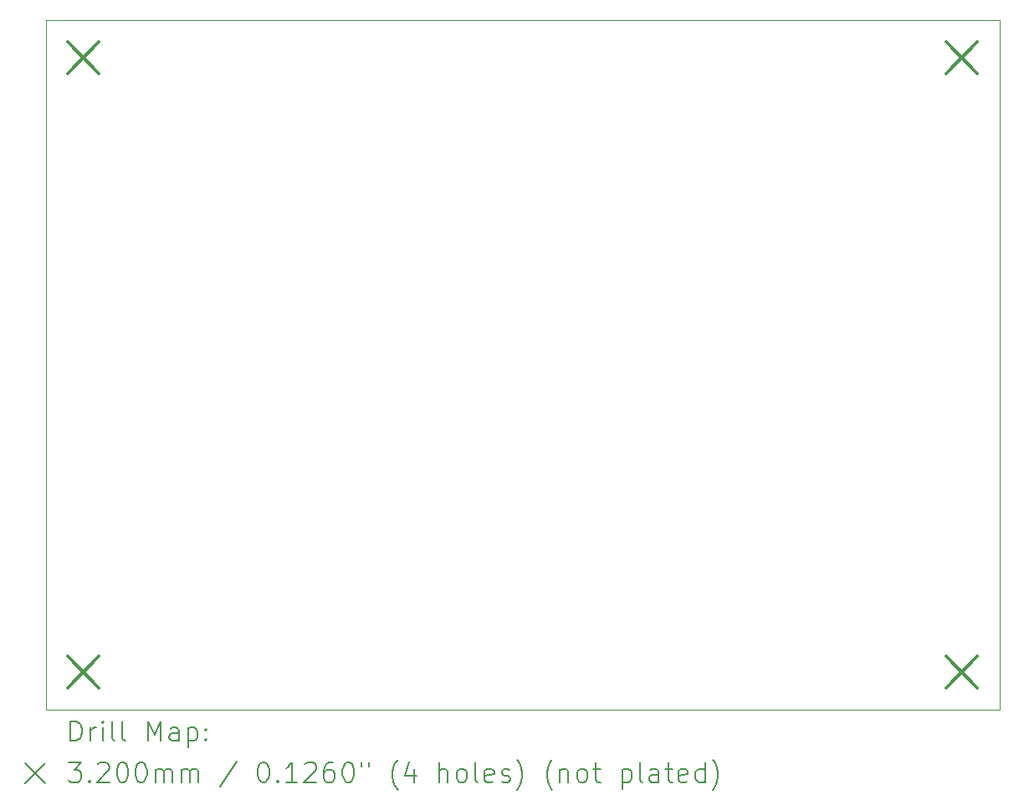
<source format=gbr>
%FSLAX45Y45*%
G04 Gerber Fmt 4.5, Leading zero omitted, Abs format (unit mm)*
G04 Created by KiCad (PCBNEW (6.0.0)) date 2022-08-06 06:41:08*
%MOMM*%
%LPD*%
G01*
G04 APERTURE LIST*
%TA.AperFunction,Profile*%
%ADD10C,0.100000*%
%TD*%
%ADD11C,0.200000*%
%ADD12C,0.320000*%
G04 APERTURE END LIST*
D10*
X8119500Y-4703500D02*
X17771500Y-4703500D01*
X17771500Y-4703500D02*
X17771500Y-11688500D01*
X17771500Y-11688500D02*
X8119500Y-11688500D01*
X8119500Y-11688500D02*
X8119500Y-4703500D01*
D11*
D12*
X8340500Y-4924500D02*
X8660500Y-5244500D01*
X8660500Y-4924500D02*
X8340500Y-5244500D01*
X8340500Y-11147500D02*
X8660500Y-11467500D01*
X8660500Y-11147500D02*
X8340500Y-11467500D01*
X17230500Y-4924500D02*
X17550500Y-5244500D01*
X17550500Y-4924500D02*
X17230500Y-5244500D01*
X17230500Y-11147500D02*
X17550500Y-11467500D01*
X17550500Y-11147500D02*
X17230500Y-11467500D01*
D11*
X8372119Y-12003976D02*
X8372119Y-11803976D01*
X8419738Y-11803976D01*
X8448310Y-11813500D01*
X8467357Y-11832548D01*
X8476881Y-11851595D01*
X8486405Y-11889690D01*
X8486405Y-11918262D01*
X8476881Y-11956357D01*
X8467357Y-11975405D01*
X8448310Y-11994452D01*
X8419738Y-12003976D01*
X8372119Y-12003976D01*
X8572119Y-12003976D02*
X8572119Y-11870643D01*
X8572119Y-11908738D02*
X8581643Y-11889690D01*
X8591167Y-11880167D01*
X8610214Y-11870643D01*
X8629262Y-11870643D01*
X8695929Y-12003976D02*
X8695929Y-11870643D01*
X8695929Y-11803976D02*
X8686405Y-11813500D01*
X8695929Y-11823024D01*
X8705452Y-11813500D01*
X8695929Y-11803976D01*
X8695929Y-11823024D01*
X8819738Y-12003976D02*
X8800690Y-11994452D01*
X8791167Y-11975405D01*
X8791167Y-11803976D01*
X8924500Y-12003976D02*
X8905452Y-11994452D01*
X8895929Y-11975405D01*
X8895929Y-11803976D01*
X9153071Y-12003976D02*
X9153071Y-11803976D01*
X9219738Y-11946833D01*
X9286405Y-11803976D01*
X9286405Y-12003976D01*
X9467357Y-12003976D02*
X9467357Y-11899214D01*
X9457833Y-11880167D01*
X9438786Y-11870643D01*
X9400690Y-11870643D01*
X9381643Y-11880167D01*
X9467357Y-11994452D02*
X9448310Y-12003976D01*
X9400690Y-12003976D01*
X9381643Y-11994452D01*
X9372119Y-11975405D01*
X9372119Y-11956357D01*
X9381643Y-11937309D01*
X9400690Y-11927786D01*
X9448310Y-11927786D01*
X9467357Y-11918262D01*
X9562595Y-11870643D02*
X9562595Y-12070643D01*
X9562595Y-11880167D02*
X9581643Y-11870643D01*
X9619738Y-11870643D01*
X9638786Y-11880167D01*
X9648310Y-11889690D01*
X9657833Y-11908738D01*
X9657833Y-11965881D01*
X9648310Y-11984928D01*
X9638786Y-11994452D01*
X9619738Y-12003976D01*
X9581643Y-12003976D01*
X9562595Y-11994452D01*
X9743548Y-11984928D02*
X9753071Y-11994452D01*
X9743548Y-12003976D01*
X9734024Y-11994452D01*
X9743548Y-11984928D01*
X9743548Y-12003976D01*
X9743548Y-11880167D02*
X9753071Y-11889690D01*
X9743548Y-11899214D01*
X9734024Y-11889690D01*
X9743548Y-11880167D01*
X9743548Y-11899214D01*
X7914500Y-12233500D02*
X8114500Y-12433500D01*
X8114500Y-12233500D02*
X7914500Y-12433500D01*
X8353071Y-12223976D02*
X8476881Y-12223976D01*
X8410214Y-12300167D01*
X8438786Y-12300167D01*
X8457833Y-12309690D01*
X8467357Y-12319214D01*
X8476881Y-12338262D01*
X8476881Y-12385881D01*
X8467357Y-12404928D01*
X8457833Y-12414452D01*
X8438786Y-12423976D01*
X8381643Y-12423976D01*
X8362595Y-12414452D01*
X8353071Y-12404928D01*
X8562595Y-12404928D02*
X8572119Y-12414452D01*
X8562595Y-12423976D01*
X8553071Y-12414452D01*
X8562595Y-12404928D01*
X8562595Y-12423976D01*
X8648310Y-12243024D02*
X8657833Y-12233500D01*
X8676881Y-12223976D01*
X8724500Y-12223976D01*
X8743548Y-12233500D01*
X8753071Y-12243024D01*
X8762595Y-12262071D01*
X8762595Y-12281119D01*
X8753071Y-12309690D01*
X8638786Y-12423976D01*
X8762595Y-12423976D01*
X8886405Y-12223976D02*
X8905452Y-12223976D01*
X8924500Y-12233500D01*
X8934024Y-12243024D01*
X8943548Y-12262071D01*
X8953071Y-12300167D01*
X8953071Y-12347786D01*
X8943548Y-12385881D01*
X8934024Y-12404928D01*
X8924500Y-12414452D01*
X8905452Y-12423976D01*
X8886405Y-12423976D01*
X8867357Y-12414452D01*
X8857833Y-12404928D01*
X8848310Y-12385881D01*
X8838786Y-12347786D01*
X8838786Y-12300167D01*
X8848310Y-12262071D01*
X8857833Y-12243024D01*
X8867357Y-12233500D01*
X8886405Y-12223976D01*
X9076881Y-12223976D02*
X9095929Y-12223976D01*
X9114976Y-12233500D01*
X9124500Y-12243024D01*
X9134024Y-12262071D01*
X9143548Y-12300167D01*
X9143548Y-12347786D01*
X9134024Y-12385881D01*
X9124500Y-12404928D01*
X9114976Y-12414452D01*
X9095929Y-12423976D01*
X9076881Y-12423976D01*
X9057833Y-12414452D01*
X9048310Y-12404928D01*
X9038786Y-12385881D01*
X9029262Y-12347786D01*
X9029262Y-12300167D01*
X9038786Y-12262071D01*
X9048310Y-12243024D01*
X9057833Y-12233500D01*
X9076881Y-12223976D01*
X9229262Y-12423976D02*
X9229262Y-12290643D01*
X9229262Y-12309690D02*
X9238786Y-12300167D01*
X9257833Y-12290643D01*
X9286405Y-12290643D01*
X9305452Y-12300167D01*
X9314976Y-12319214D01*
X9314976Y-12423976D01*
X9314976Y-12319214D02*
X9324500Y-12300167D01*
X9343548Y-12290643D01*
X9372119Y-12290643D01*
X9391167Y-12300167D01*
X9400690Y-12319214D01*
X9400690Y-12423976D01*
X9495929Y-12423976D02*
X9495929Y-12290643D01*
X9495929Y-12309690D02*
X9505452Y-12300167D01*
X9524500Y-12290643D01*
X9553071Y-12290643D01*
X9572119Y-12300167D01*
X9581643Y-12319214D01*
X9581643Y-12423976D01*
X9581643Y-12319214D02*
X9591167Y-12300167D01*
X9610214Y-12290643D01*
X9638786Y-12290643D01*
X9657833Y-12300167D01*
X9667357Y-12319214D01*
X9667357Y-12423976D01*
X10057833Y-12214452D02*
X9886405Y-12471595D01*
X10314976Y-12223976D02*
X10334024Y-12223976D01*
X10353071Y-12233500D01*
X10362595Y-12243024D01*
X10372119Y-12262071D01*
X10381643Y-12300167D01*
X10381643Y-12347786D01*
X10372119Y-12385881D01*
X10362595Y-12404928D01*
X10353071Y-12414452D01*
X10334024Y-12423976D01*
X10314976Y-12423976D01*
X10295929Y-12414452D01*
X10286405Y-12404928D01*
X10276881Y-12385881D01*
X10267357Y-12347786D01*
X10267357Y-12300167D01*
X10276881Y-12262071D01*
X10286405Y-12243024D01*
X10295929Y-12233500D01*
X10314976Y-12223976D01*
X10467357Y-12404928D02*
X10476881Y-12414452D01*
X10467357Y-12423976D01*
X10457833Y-12414452D01*
X10467357Y-12404928D01*
X10467357Y-12423976D01*
X10667357Y-12423976D02*
X10553071Y-12423976D01*
X10610214Y-12423976D02*
X10610214Y-12223976D01*
X10591167Y-12252548D01*
X10572119Y-12271595D01*
X10553071Y-12281119D01*
X10743548Y-12243024D02*
X10753071Y-12233500D01*
X10772119Y-12223976D01*
X10819738Y-12223976D01*
X10838786Y-12233500D01*
X10848310Y-12243024D01*
X10857833Y-12262071D01*
X10857833Y-12281119D01*
X10848310Y-12309690D01*
X10734024Y-12423976D01*
X10857833Y-12423976D01*
X11029262Y-12223976D02*
X10991167Y-12223976D01*
X10972119Y-12233500D01*
X10962595Y-12243024D01*
X10943548Y-12271595D01*
X10934024Y-12309690D01*
X10934024Y-12385881D01*
X10943548Y-12404928D01*
X10953071Y-12414452D01*
X10972119Y-12423976D01*
X11010214Y-12423976D01*
X11029262Y-12414452D01*
X11038786Y-12404928D01*
X11048310Y-12385881D01*
X11048310Y-12338262D01*
X11038786Y-12319214D01*
X11029262Y-12309690D01*
X11010214Y-12300167D01*
X10972119Y-12300167D01*
X10953071Y-12309690D01*
X10943548Y-12319214D01*
X10934024Y-12338262D01*
X11172119Y-12223976D02*
X11191167Y-12223976D01*
X11210214Y-12233500D01*
X11219738Y-12243024D01*
X11229262Y-12262071D01*
X11238786Y-12300167D01*
X11238786Y-12347786D01*
X11229262Y-12385881D01*
X11219738Y-12404928D01*
X11210214Y-12414452D01*
X11191167Y-12423976D01*
X11172119Y-12423976D01*
X11153071Y-12414452D01*
X11143548Y-12404928D01*
X11134024Y-12385881D01*
X11124500Y-12347786D01*
X11124500Y-12300167D01*
X11134024Y-12262071D01*
X11143548Y-12243024D01*
X11153071Y-12233500D01*
X11172119Y-12223976D01*
X11314976Y-12223976D02*
X11314976Y-12262071D01*
X11391167Y-12223976D02*
X11391167Y-12262071D01*
X11686405Y-12500167D02*
X11676881Y-12490643D01*
X11657833Y-12462071D01*
X11648309Y-12443024D01*
X11638786Y-12414452D01*
X11629262Y-12366833D01*
X11629262Y-12328738D01*
X11638786Y-12281119D01*
X11648309Y-12252548D01*
X11657833Y-12233500D01*
X11676881Y-12204928D01*
X11686405Y-12195405D01*
X11848309Y-12290643D02*
X11848309Y-12423976D01*
X11800690Y-12214452D02*
X11753071Y-12357309D01*
X11876881Y-12357309D01*
X12105452Y-12423976D02*
X12105452Y-12223976D01*
X12191167Y-12423976D02*
X12191167Y-12319214D01*
X12181643Y-12300167D01*
X12162595Y-12290643D01*
X12134024Y-12290643D01*
X12114976Y-12300167D01*
X12105452Y-12309690D01*
X12314976Y-12423976D02*
X12295928Y-12414452D01*
X12286405Y-12404928D01*
X12276881Y-12385881D01*
X12276881Y-12328738D01*
X12286405Y-12309690D01*
X12295928Y-12300167D01*
X12314976Y-12290643D01*
X12343548Y-12290643D01*
X12362595Y-12300167D01*
X12372119Y-12309690D01*
X12381643Y-12328738D01*
X12381643Y-12385881D01*
X12372119Y-12404928D01*
X12362595Y-12414452D01*
X12343548Y-12423976D01*
X12314976Y-12423976D01*
X12495928Y-12423976D02*
X12476881Y-12414452D01*
X12467357Y-12395405D01*
X12467357Y-12223976D01*
X12648309Y-12414452D02*
X12629262Y-12423976D01*
X12591167Y-12423976D01*
X12572119Y-12414452D01*
X12562595Y-12395405D01*
X12562595Y-12319214D01*
X12572119Y-12300167D01*
X12591167Y-12290643D01*
X12629262Y-12290643D01*
X12648309Y-12300167D01*
X12657833Y-12319214D01*
X12657833Y-12338262D01*
X12562595Y-12357309D01*
X12734024Y-12414452D02*
X12753071Y-12423976D01*
X12791167Y-12423976D01*
X12810214Y-12414452D01*
X12819738Y-12395405D01*
X12819738Y-12385881D01*
X12810214Y-12366833D01*
X12791167Y-12357309D01*
X12762595Y-12357309D01*
X12743548Y-12347786D01*
X12734024Y-12328738D01*
X12734024Y-12319214D01*
X12743548Y-12300167D01*
X12762595Y-12290643D01*
X12791167Y-12290643D01*
X12810214Y-12300167D01*
X12886405Y-12500167D02*
X12895928Y-12490643D01*
X12914976Y-12462071D01*
X12924500Y-12443024D01*
X12934024Y-12414452D01*
X12943548Y-12366833D01*
X12943548Y-12328738D01*
X12934024Y-12281119D01*
X12924500Y-12252548D01*
X12914976Y-12233500D01*
X12895928Y-12204928D01*
X12886405Y-12195405D01*
X13248309Y-12500167D02*
X13238786Y-12490643D01*
X13219738Y-12462071D01*
X13210214Y-12443024D01*
X13200690Y-12414452D01*
X13191167Y-12366833D01*
X13191167Y-12328738D01*
X13200690Y-12281119D01*
X13210214Y-12252548D01*
X13219738Y-12233500D01*
X13238786Y-12204928D01*
X13248309Y-12195405D01*
X13324500Y-12290643D02*
X13324500Y-12423976D01*
X13324500Y-12309690D02*
X13334024Y-12300167D01*
X13353071Y-12290643D01*
X13381643Y-12290643D01*
X13400690Y-12300167D01*
X13410214Y-12319214D01*
X13410214Y-12423976D01*
X13534024Y-12423976D02*
X13514976Y-12414452D01*
X13505452Y-12404928D01*
X13495928Y-12385881D01*
X13495928Y-12328738D01*
X13505452Y-12309690D01*
X13514976Y-12300167D01*
X13534024Y-12290643D01*
X13562595Y-12290643D01*
X13581643Y-12300167D01*
X13591167Y-12309690D01*
X13600690Y-12328738D01*
X13600690Y-12385881D01*
X13591167Y-12404928D01*
X13581643Y-12414452D01*
X13562595Y-12423976D01*
X13534024Y-12423976D01*
X13657833Y-12290643D02*
X13734024Y-12290643D01*
X13686405Y-12223976D02*
X13686405Y-12395405D01*
X13695928Y-12414452D01*
X13714976Y-12423976D01*
X13734024Y-12423976D01*
X13953071Y-12290643D02*
X13953071Y-12490643D01*
X13953071Y-12300167D02*
X13972119Y-12290643D01*
X14010214Y-12290643D01*
X14029262Y-12300167D01*
X14038786Y-12309690D01*
X14048309Y-12328738D01*
X14048309Y-12385881D01*
X14038786Y-12404928D01*
X14029262Y-12414452D01*
X14010214Y-12423976D01*
X13972119Y-12423976D01*
X13953071Y-12414452D01*
X14162595Y-12423976D02*
X14143548Y-12414452D01*
X14134024Y-12395405D01*
X14134024Y-12223976D01*
X14324500Y-12423976D02*
X14324500Y-12319214D01*
X14314976Y-12300167D01*
X14295928Y-12290643D01*
X14257833Y-12290643D01*
X14238786Y-12300167D01*
X14324500Y-12414452D02*
X14305452Y-12423976D01*
X14257833Y-12423976D01*
X14238786Y-12414452D01*
X14229262Y-12395405D01*
X14229262Y-12376357D01*
X14238786Y-12357309D01*
X14257833Y-12347786D01*
X14305452Y-12347786D01*
X14324500Y-12338262D01*
X14391167Y-12290643D02*
X14467357Y-12290643D01*
X14419738Y-12223976D02*
X14419738Y-12395405D01*
X14429262Y-12414452D01*
X14448309Y-12423976D01*
X14467357Y-12423976D01*
X14610214Y-12414452D02*
X14591167Y-12423976D01*
X14553071Y-12423976D01*
X14534024Y-12414452D01*
X14524500Y-12395405D01*
X14524500Y-12319214D01*
X14534024Y-12300167D01*
X14553071Y-12290643D01*
X14591167Y-12290643D01*
X14610214Y-12300167D01*
X14619738Y-12319214D01*
X14619738Y-12338262D01*
X14524500Y-12357309D01*
X14791167Y-12423976D02*
X14791167Y-12223976D01*
X14791167Y-12414452D02*
X14772119Y-12423976D01*
X14734024Y-12423976D01*
X14714976Y-12414452D01*
X14705452Y-12404928D01*
X14695928Y-12385881D01*
X14695928Y-12328738D01*
X14705452Y-12309690D01*
X14714976Y-12300167D01*
X14734024Y-12290643D01*
X14772119Y-12290643D01*
X14791167Y-12300167D01*
X14867357Y-12500167D02*
X14876881Y-12490643D01*
X14895928Y-12462071D01*
X14905452Y-12443024D01*
X14914976Y-12414452D01*
X14924500Y-12366833D01*
X14924500Y-12328738D01*
X14914976Y-12281119D01*
X14905452Y-12252548D01*
X14895928Y-12233500D01*
X14876881Y-12204928D01*
X14867357Y-12195405D01*
M02*

</source>
